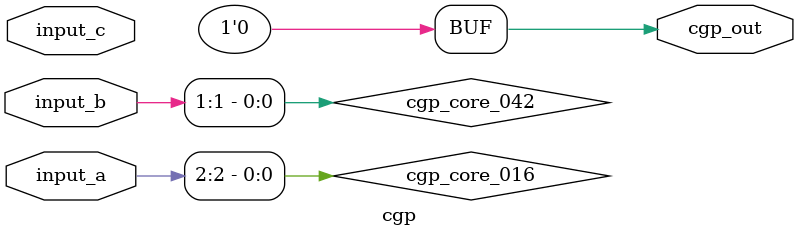
<source format=v>
module cgp(input [2:0] input_a, input [2:0] input_b, input [2:0] input_c, output [0:0] cgp_out);
  wire cgp_core_011;
  wire cgp_core_014;
  wire cgp_core_016;
  wire cgp_core_018_not;
  wire cgp_core_020_not;
  wire cgp_core_021;
  wire cgp_core_022;
  wire cgp_core_023;
  wire cgp_core_028;
  wire cgp_core_031;
  wire cgp_core_032;
  wire cgp_core_033;
  wire cgp_core_035;
  wire cgp_core_037;
  wire cgp_core_039;
  wire cgp_core_041;
  wire cgp_core_042;

  assign cgp_core_011 = ~(input_b[2] ^ input_c[0]);
  assign cgp_core_014 = ~input_c[0];
  assign cgp_core_016 = input_a[2] | input_a[2];
  assign cgp_core_018_not = ~input_c[2];
  assign cgp_core_020_not = ~input_b[0];
  assign cgp_core_021 = input_b[0] ^ input_a[1];
  assign cgp_core_022 = ~(input_c[1] & input_a[0]);
  assign cgp_core_023 = input_a[1] & cgp_core_022;
  assign cgp_core_028 = ~(input_c[0] ^ input_a[1]);
  assign cgp_core_031 = ~input_c[1];
  assign cgp_core_032 = ~(cgp_core_031 & input_a[1]);
  assign cgp_core_033 = ~(input_a[0] & input_a[0]);
  assign cgp_core_035 = ~input_b[1];
  assign cgp_core_037 = ~input_a[0];
  assign cgp_core_039 = input_a[0] & input_a[2];
  assign cgp_core_041 = input_b[1] ^ input_c[2];
  assign cgp_core_042 = input_b[1] | input_b[1];

  assign cgp_out[0] = 1'b0;
endmodule
</source>
